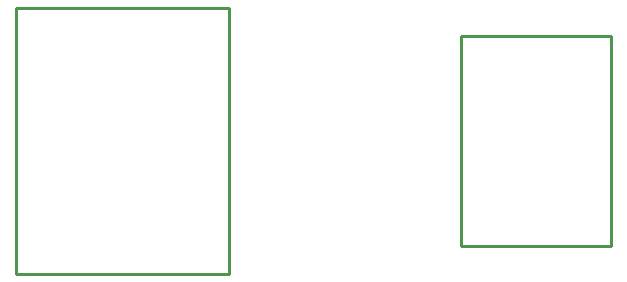
<source format=gm1>
G04*
G04 #@! TF.GenerationSoftware,Altium Limited,Altium Designer,22.0.2 (36)*
G04*
G04 Layer_Color=16711935*
%FSLAX25Y25*%
%MOIN*%
G70*
G04*
G04 #@! TF.SameCoordinates,56459691-F754-409E-A27A-4289B83DE6E3*
G04*
G04*
G04 #@! TF.FilePolarity,Positive*
G04*
G01*
G75*
%ADD10C,0.01000*%
D10*
X112795Y-35000D02*
Y35000D01*
X162795Y-35000D02*
Y35000D01*
X112795Y-35000D02*
X162795D01*
X112795Y35000D02*
X162795D01*
X-35433Y44331D02*
X35433D01*
X-35433Y-44331D02*
Y44331D01*
Y-44331D02*
X35433D01*
Y44331D01*
M02*

</source>
